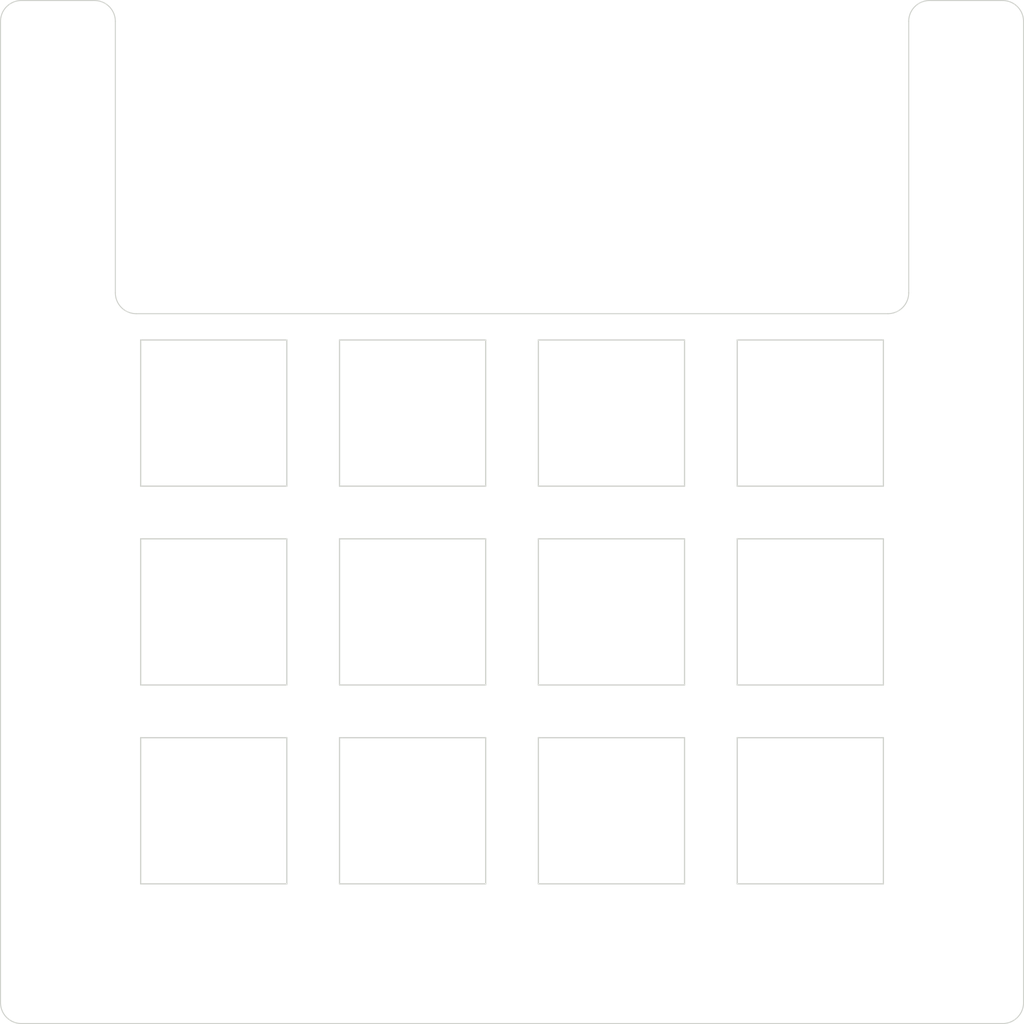
<source format=kicad_pcb>
(kicad_pcb (version 20221018) (generator pcbnew)
  (layers (0 "F.Cu" signal) (31 "B.Cu" signal) (34 "B.Paste" user) (35 "F.Paste" user) (36 "B.SilkS" user "B.Silkscreen") (37 "F.SilkS" user "F.Silkscreen") (38 "B.Mask" user) (39 "F.Mask" user) (44 "Edge.Cuts" user))
  (net 0 "")
  (footprint "MountingHole:MountingHole_2.2mm_M2" (layer "F.Cu") (at 66 118)
    (fp_text reference "H7" hide)
    (fp_text value "MountingHole" hide)
    (pad "" np_thru_hole circle (at 0 0) (size 2.2 2.2) (drill 2.2) (layers "*.Cu" "*.Mask"))
  )
  (footprint "MountingHole:MountingHole_2.2mm_M2" (layer "F.Cu") (at 85 113.99995)
    (fp_text reference "H6" hide)
    (fp_text value "MountingHole" hide)
    (pad "" np_thru_hole circle (at 0 0) (size 2.2 2.2) (drill 2.2) (layers "*.Cu" "*.Mask"))
  )
  (footprint "MountingHole:MountingHole_2.2mm_M2" (layer "F.Cu") (at 158 72)
    (fp_text reference "H11" hide)
    (fp_text value "MountingHole" hide)
    (pad "" np_thru_hole circle (at 0 0) (size 2.2 2.2) (drill 2.2) (layers "*.Cu" "*.Mask"))
  )
  (footprint "kbd:SW_Hole" (layer "F.Cu") (at 102.475 62.51875)
    (fp_text reference "SW4" hide)
    (fp_text value "SW_PUSH" hide)
    (fp_line (start -7 -7) (end -7 7) (stroke (width 0.12)) (layer "Edge.Cuts"))
    (fp_line (start -7 7) (end 7 7) (stroke (width 0.12)) (layer "Edge.Cuts"))
    (fp_line (start 7 -7) (end -7 -7) (stroke (width 0.12)) (layer "Edge.Cuts"))
    (fp_line (start 7 7) (end 7 -7) (stroke (width 0.12)) (layer "Edge.Cuts"))
  )
  (footprint "MountingHole:MountingHole_2.2mm_M2" (layer "F.Cu") (at 112 118)
    (fp_text reference "H13" hide)
    (fp_text value "MountingHole" hide)
    (pad "" np_thru_hole circle (at 0 0) (size 2.2 2.2) (drill 2.2) (layers "*.Cu" "*.Mask"))
  )
  (footprint "kbd:SW_Hole" (layer "F.Cu") (at 102.475 100.61875)
    (fp_text reference "SW6" hide)
    (fp_text value "SW_PUSH" hide)
    (fp_line (start -7 -7) (end -7 7) (stroke (width 0.12)) (layer "Edge.Cuts"))
    (fp_line (start -7 7) (end 7 7) (stroke (width 0.12)) (layer "Edge.Cuts"))
    (fp_line (start 7 -7) (end -7 -7) (stroke (width 0.12)) (layer "Edge.Cuts"))
    (fp_line (start 7 7) (end 7 -7) (stroke (width 0.12)) (layer "Edge.Cuts"))
  )
  (footprint "kbd:SW_Hole" (layer "F.Cu") (at 102.475 81.56875)
    (fp_text reference "SW5" hide)
    (fp_text value "SW_PUSH" hide)
    (fp_line (start -7 -7) (end -7 7) (stroke (width 0.12)) (layer "Edge.Cuts"))
    (fp_line (start -7 7) (end 7 7) (stroke (width 0.12)) (layer "Edge.Cuts"))
    (fp_line (start 7 -7) (end -7 -7) (stroke (width 0.12)) (layer "Edge.Cuts"))
    (fp_line (start 7 7) (end 7 -7) (stroke (width 0.12)) (layer "Edge.Cuts"))
  )
  (footprint "MountingHole:MountingHole_2.2mm_M2" (layer "F.Cu") (at 139 113.99995)
    (fp_text reference "H9" hide)
    (fp_text value "MountingHole" hide)
    (pad "" np_thru_hole circle (at 0 0) (size 2.2 2.2) (drill 2.2) (layers "*.Cu" "*.Mask"))
  )
  (footprint "kbd:SW_Hole" (layer "F.Cu") (at 121.525 100.61875)
    (fp_text reference "SW9" hide)
    (fp_text value "SW_PUSH" hide)
    (fp_line (start -7 -7) (end -7 7) (stroke (width 0.12)) (layer "Edge.Cuts"))
    (fp_line (start -7 7) (end 7 7) (stroke (width 0.12)) (layer "Edge.Cuts"))
    (fp_line (start 7 -7) (end -7 -7) (stroke (width 0.12)) (layer "Edge.Cuts"))
    (fp_line (start 7 7) (end 7 -7) (stroke (width 0.12)) (layer "Edge.Cuts"))
  )
  (footprint "MountingHole:MountingHole_2.2mm_M2" (layer "F.Cu") (at 70 98.99995)
    (fp_text reference "H3" hide)
    (fp_text value "MountingHole" hide)
    (pad "" np_thru_hole circle (at 0 0) (size 2.2 2.2) (drill 2.2) (layers "*.Cu" "*.Mask"))
  )
  (footprint "MountingHole:MountingHole_2.2mm_M2" (layer "F.Cu") (at 66 72)
    (fp_text reference "H5" hide)
    (fp_text value "MountingHole" hide)
    (pad "" np_thru_hole circle (at 0 0) (size 2.2 2.2) (drill 2.2) (layers "*.Cu" "*.Mask"))
  )
  (footprint "kbd:SW_Hole" (layer "F.Cu") (at 121.525 81.56875)
    (fp_text reference "SW8" hide)
    (fp_text value "SW_PUSH" hide)
    (fp_line (start -7 -7) (end -7 7) (stroke (width 0.12)) (layer "Edge.Cuts"))
    (fp_line (start -7 7) (end 7 7) (stroke (width 0.12)) (layer "Edge.Cuts"))
    (fp_line (start 7 -7) (end -7 -7) (stroke (width 0.12)) (layer "Edge.Cuts"))
    (fp_line (start 7 7) (end 7 -7) (stroke (width 0.12)) (layer "Edge.Cuts"))
  )
  (footprint "MountingHole:MountingHole_2.2mm_M2" (layer "F.Cu") (at 70 44.99995)
    (fp_text reference "H2" hide)
    (fp_text value "MountingHole" hide)
    (pad "" np_thru_hole circle (at 0 0) (size 2.2 2.2) (drill 2.2) (layers "*.Cu" "*.Mask"))
  )
  (footprint "kbd:SW_Hole" (layer "F.Cu") (at 83.425 81.56875)
    (fp_text reference "SW2" hide)
    (fp_text value "SW_PUSH" hide)
    (fp_line (start -7 -7) (end -7 7) (stroke (width 0.12)) (layer "Edge.Cuts"))
    (fp_line (start -7 7) (end 7 7) (stroke (width 0.12)) (layer "Edge.Cuts"))
    (fp_line (start 7 -7) (end -7 -7) (stroke (width 0.12)) (layer "Edge.Cuts"))
    (fp_line (start 7 7) (end 7 -7) (stroke (width 0.12)) (layer "Edge.Cuts"))
  )
  (footprint "MountingHole:MountingHole_2.2mm_M2" (layer "F.Cu") (at 158 118)
    (fp_text reference "H10" hide)
    (fp_text value "MountingHole" hide)
    (pad "" np_thru_hole circle (at 0 0) (size 2.2 2.2) (drill 2.2) (layers "*.Cu" "*.Mask"))
  )
  (footprint "kbd:SW_Hole" (layer "F.Cu") (at 121.525 62.51875)
    (fp_text reference "SW7" hide)
    (fp_text value "SW_PUSH" hide)
    (fp_line (start -7 -7) (end -7 7) (stroke (width 0.12)) (layer "Edge.Cuts"))
    (fp_line (start -7 7) (end 7 7) (stroke (width 0.12)) (layer "Edge.Cuts"))
    (fp_line (start 7 -7) (end -7 -7) (stroke (width 0.12)) (layer "Edge.Cuts"))
    (fp_line (start 7 7) (end 7 -7) (stroke (width 0.12)) (layer "Edge.Cuts"))
  )
  (footprint "MountingHole:MountingHole_2.2mm_M2" (layer "F.Cu") (at 154 98.99995)
    (fp_text reference "H12" hide)
    (fp_text value "MountingHole" hide)
    (pad "" np_thru_hole circle (at 0 0) (size 2.2 2.2) (drill 2.2) (layers "*.Cu" "*.Mask"))
  )
  (footprint "MountingHole:MountingHole_2.2mm_M2" (layer "F.Cu") (at 158 26)
    (fp_text reference "H4" hide)
    (fp_text value "MountingHole" hide)
    (pad "" np_thru_hole circle (at 0 0) (size 2.2 2.2) (drill 2.2) (layers "*.Cu" "*.Mask"))
  )
  (footprint "kbd:SW_Hole" (layer "F.Cu") (at 140.575 81.56875)
    (fp_text reference "SW11" hide)
    (fp_text value "SW_PUSH" hide)
    (fp_line (start -7 -7) (end -7 7) (stroke (width 0.12)) (layer "Edge.Cuts"))
    (fp_line (start -7 7) (end 7 7) (stroke (width 0.12)) (layer "Edge.Cuts"))
    (fp_line (start 7 -7) (end -7 -7) (stroke (width 0.12)) (layer "Edge.Cuts"))
    (fp_line (start 7 7) (end 7 -7) (stroke (width 0.12)) (layer "Edge.Cuts"))
  )
  (footprint "kbd:SW_Hole" (layer "F.Cu") (at 83.425 100.61875)
    (fp_text reference "SW3" hide)
    (fp_text value "SW_PUSH" hide)
    (fp_line (start -7 -7) (end -7 7) (stroke (width 0.12)) (layer "Edge.Cuts"))
    (fp_line (start -7 7) (end 7 7) (stroke (width 0.12)) (layer "Edge.Cuts"))
    (fp_line (start 7 -7) (end -7 -7) (stroke (width 0.12)) (layer "Edge.Cuts"))
    (fp_line (start 7 7) (end 7 -7) (stroke (width 0.12)) (layer "Edge.Cuts"))
  )
  (footprint "kbd:SW_Hole" (layer "F.Cu") (at 83.425 62.51875)
    (fp_text reference "SW1" hide)
    (fp_text value "SW_PUSH" hide)
    (fp_line (start -7 -7) (end -7 7) (stroke (width 0.12)) (layer "Edge.Cuts"))
    (fp_line (start -7 7) (end 7 7) (stroke (width 0.12)) (layer "Edge.Cuts"))
    (fp_line (start 7 -7) (end -7 -7) (stroke (width 0.12)) (layer "Edge.Cuts"))
    (fp_line (start 7 7) (end 7 -7) (stroke (width 0.12)) (layer "Edge.Cuts"))
  )
  (footprint "MountingHole:MountingHole_2.2mm_M2" (layer "F.Cu") (at 66 26)
    (fp_text reference "H1" hide)
    (fp_text value "MountingHole" hide)
    (pad "" np_thru_hole circle (at 0 0) (size 2.2 2.2) (drill 2.2) (layers "*.Cu" "*.Mask"))
  )
  (footprint "MountingHole:MountingHole_2.2mm_M2" (layer "F.Cu") (at 154 44.99995)
    (fp_text reference "H8" hide)
    (fp_text value "MountingHole" hide)
    (pad "" np_thru_hole circle (at 0 0) (size 2.2 2.2) (drill 2.2) (layers "*.Cu" "*.Mask"))
  )
  (footprint "kbd:SW_Hole" (layer "F.Cu") (at 140.575 100.61875)
    (fp_text reference "SW12" hide)
    (fp_text value "SW_PUSH" hide)
    (fp_line (start -7 -7) (end -7 7) (stroke (width 0.12)) (layer "Edge.Cuts"))
    (fp_line (start -7 7) (end 7 7) (stroke (width 0.12)) (layer "Edge.Cuts"))
    (fp_line (start 7 -7) (end -7 -7) (stroke (width 0.12)) (layer "Edge.Cuts"))
    (fp_line (start 7 7) (end 7 -7) (stroke (width 0.12)) (layer "Edge.Cuts"))
  )
  (footprint "kbd:SW_Hole" (layer "F.Cu") (at 140.575 62.51875)
    (fp_text reference "SW10" hide)
    (fp_text value "SW_PUSH" hide)
    (fp_line (start -7 -7) (end -7 7) (stroke (width 0.12)) (layer "Edge.Cuts"))
    (fp_line (start -7 7) (end 7 7) (stroke (width 0.12)) (layer "Edge.Cuts"))
    (fp_line (start 7 -7) (end -7 -7) (stroke (width 0.12)) (layer "Edge.Cuts"))
    (fp_line (start 7 7) (end 7 -7) (stroke (width 0.12)) (layer "Edge.Cuts"))
  )
  (gr_line (start 74 51) (end 74 25) (stroke (width 0.1)) (layer "Edge.Cuts"))
  (gr_line (start 152 23) (end 159 23) (stroke (width 0.1)) (layer "Edge.Cuts"))
  (gr_arc (start 150 51) (mid 149.414214 52.414214) (end 148 53) (stroke (width 0.1)) (layer "Edge.Cuts"))
  (gr_arc (start 161 119) (mid 160.414214 120.414214) (end 159 121) (stroke (width 0.1)) (layer "Edge.Cuts"))
  (gr_line (start 161 119) (end 161 25) (stroke (width 0.1)) (layer "Edge.Cuts"))
  (gr_line (start 150 51) (end 150 25) (stroke (width 0.1)) (layer "Edge.Cuts"))
  (gr_line (start 72 23) (end 65 23) (stroke (width 0.1)) (layer "Edge.Cuts"))
  (gr_arc (start 65 121) (mid 63.585786 120.414214) (end 63 119) (stroke (width 0.1)) (layer "Edge.Cuts"))
  (gr_arc (start 159 23) (mid 160.414214 23.585786) (end 161 25) (stroke (width 0.1)) (layer "Edge.Cuts"))
  (gr_arc (start 76 53) (mid 74.585786 52.414214) (end 74 51) (stroke (width 0.1)) (layer "Edge.Cuts"))
  (gr_line (start 65 121) (end 159 121) (stroke (width 0.1)) (layer "Edge.Cuts"))
  (gr_arc (start 63 25) (mid 63.585786 23.585786) (end 65 23) (stroke (width 0.1)) (layer "Edge.Cuts"))
  (gr_arc (start 150 25) (mid 150.585786 23.585786) (end 152 23) (stroke (width 0.1)) (layer "Edge.Cuts"))
  (gr_arc (start 72 23) (mid 73.414214 23.585786) (end 74 25) (stroke (width 0.1)) (layer "Edge.Cuts"))
  (gr_line (start 63 25) (end 63 119) (stroke (width 0.1)) (layer "Edge.Cuts"))
  (gr_line (start 148 53) (end 76 53) (stroke (width 0.1)) (layer "Edge.Cuts"))
)
</source>
